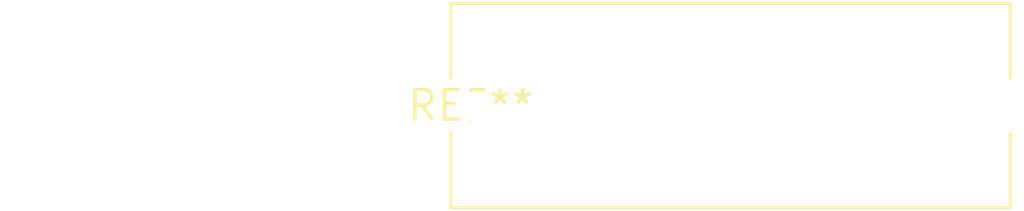
<source format=kicad_pcb>
(kicad_pcb (version 20240108) (generator pcbnew)
  (layers (0 "F.Cu" signal) (31 "B.Cu" signal) (34 "B.Paste" user) (35 "F.Paste" user) (36 "B.SilkS" user "B.Silkscreen") (37 "F.SilkS" user "F.Silkscreen") (38 "B.Mask" user) (39 "F.Mask" user) (44 "Edge.Cuts" user))
  (net 0 "")
  (footprint "C_Rect_L24.0mm_W8.6mm_P22.50mm_MKT" (layer "F.Cu") (at 0 0)
    (property "Reference" "REF**")
    (property "Value" "C_Rect_L24.0mm_W8.6mm_P22.50mm_MKT")
    (fp_line (start -0.87 -4.42) (end -0.87 -1.185) (layer "F.SilkS") (stroke (width 0.12)))
    (fp_line (start -0.87 -4.42) (end 23.37 -4.42) (layer "F.SilkS") (stroke (width 0.12)))
    (fp_line (start -0.87 1.185) (end -0.87 4.42) (layer "F.SilkS") (stroke (width 0.12)))
    (fp_line (start -0.87 4.42) (end 23.37 4.42) (layer "F.SilkS") (stroke (width 0.12)))
    (fp_line (start 23.37 -4.42) (end 23.37 -1.185) (layer "F.SilkS") (stroke (width 0.12)))
    (fp_line (start 23.37 1.185) (end 23.37 4.42) (layer "F.SilkS") (stroke (width 0.12)))
    (pad "1" thru_hole circle (at 0 0) (size 2.4 2.4) (drill 1.2) (layers *.Cu *.Mask) (remove_unused_layers))
    (pad "2" thru_hole circle (at 22.5 0) (size 2.4 2.4) (drill 1.2) (layers *.Cu *.Mask) (remove_unused_layers))
  )
)
</source>
